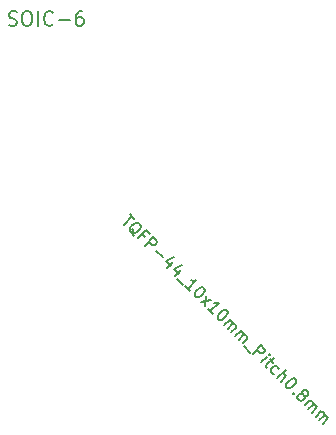
<source format=gbr>
G04 #@! TF.FileFunction,Other,Fab,Top*
%FSLAX46Y46*%
G04 Gerber Fmt 4.6, Leading zero omitted, Abs format (unit mm)*
G04 Created by KiCad (PCBNEW 4.0.1-stable) date Friday, September 23, 2016 'AMt' 01:17:15 AM*
%MOMM*%
G01*
G04 APERTURE LIST*
%ADD10C,0.100000*%
%ADD11C,0.150000*%
G04 APERTURE END LIST*
D10*
D11*
X106978749Y-56638908D02*
X107150178Y-56696051D01*
X107435892Y-56696051D01*
X107550178Y-56638908D01*
X107607321Y-56581765D01*
X107664464Y-56467480D01*
X107664464Y-56353194D01*
X107607321Y-56238908D01*
X107550178Y-56181765D01*
X107435892Y-56124623D01*
X107207321Y-56067480D01*
X107093035Y-56010337D01*
X107035892Y-55953194D01*
X106978749Y-55838908D01*
X106978749Y-55724623D01*
X107035892Y-55610337D01*
X107093035Y-55553194D01*
X107207321Y-55496051D01*
X107493035Y-55496051D01*
X107664464Y-55553194D01*
X108407321Y-55496051D02*
X108635892Y-55496051D01*
X108750178Y-55553194D01*
X108864464Y-55667480D01*
X108921606Y-55896051D01*
X108921606Y-56296051D01*
X108864464Y-56524623D01*
X108750178Y-56638908D01*
X108635892Y-56696051D01*
X108407321Y-56696051D01*
X108293035Y-56638908D01*
X108178749Y-56524623D01*
X108121606Y-56296051D01*
X108121606Y-55896051D01*
X108178749Y-55667480D01*
X108293035Y-55553194D01*
X108407321Y-55496051D01*
X109435892Y-56696051D02*
X109435892Y-55496051D01*
X110693036Y-56581765D02*
X110635893Y-56638908D01*
X110464464Y-56696051D01*
X110350178Y-56696051D01*
X110178750Y-56638908D01*
X110064464Y-56524623D01*
X110007321Y-56410337D01*
X109950178Y-56181765D01*
X109950178Y-56010337D01*
X110007321Y-55781765D01*
X110064464Y-55667480D01*
X110178750Y-55553194D01*
X110350178Y-55496051D01*
X110464464Y-55496051D01*
X110635893Y-55553194D01*
X110693036Y-55610337D01*
X111207321Y-56238908D02*
X112121607Y-56238908D01*
X113207321Y-55496051D02*
X112978750Y-55496051D01*
X112864464Y-55553194D01*
X112807321Y-55610337D01*
X112693035Y-55781765D01*
X112635892Y-56010337D01*
X112635892Y-56467480D01*
X112693035Y-56581765D01*
X112750178Y-56638908D01*
X112864464Y-56696051D01*
X113093035Y-56696051D01*
X113207321Y-56638908D01*
X113264464Y-56581765D01*
X113321607Y-56467480D01*
X113321607Y-56181765D01*
X113264464Y-56067480D01*
X113207321Y-56010337D01*
X113093035Y-55953194D01*
X112864464Y-55953194D01*
X112750178Y-56010337D01*
X112693035Y-56067480D01*
X112635892Y-56181765D01*
X117202983Y-72624424D02*
X117607044Y-73028486D01*
X116697906Y-73533561D02*
X117405013Y-72826455D01*
X117539700Y-74510043D02*
X117506029Y-74409028D01*
X117506029Y-74274341D01*
X117506029Y-74072310D01*
X117472356Y-73971294D01*
X117405013Y-73903951D01*
X117270326Y-74105981D02*
X117236654Y-74004966D01*
X117236654Y-73870279D01*
X117337669Y-73701921D01*
X117573372Y-73466218D01*
X117741731Y-73365203D01*
X117876418Y-73365203D01*
X117977433Y-73398875D01*
X118112120Y-73533562D01*
X118145792Y-73634577D01*
X118145792Y-73769264D01*
X118044777Y-73937623D01*
X117809074Y-74173326D01*
X117640716Y-74274341D01*
X117506029Y-74274341D01*
X117405014Y-74240669D01*
X117270326Y-74105981D01*
X118482510Y-74577386D02*
X118246807Y-74341683D01*
X117876418Y-74712073D02*
X118583524Y-74004966D01*
X118920242Y-74341684D01*
X118482509Y-75318165D02*
X119189616Y-74611058D01*
X119458991Y-74880432D01*
X119492662Y-74981447D01*
X119492662Y-75048791D01*
X119458991Y-75149806D01*
X119357975Y-75250821D01*
X119256960Y-75284493D01*
X119189617Y-75284493D01*
X119088602Y-75250821D01*
X118819227Y-74981447D01*
X119458990Y-75755898D02*
X119997738Y-76294646D01*
X120839532Y-76732378D02*
X120368128Y-77203783D01*
X120940547Y-76294645D02*
X120267112Y-76631363D01*
X120704845Y-77069096D01*
X121512967Y-77405813D02*
X121041563Y-77877218D01*
X121613982Y-76968080D02*
X120940547Y-77304798D01*
X121378280Y-77742531D01*
X121176250Y-78146592D02*
X121714998Y-78685340D01*
X122321089Y-79156745D02*
X121917028Y-78752683D01*
X122119058Y-78954714D02*
X122826165Y-78247607D01*
X122657807Y-78281279D01*
X122523120Y-78281279D01*
X122422104Y-78247607D01*
X123465928Y-78887370D02*
X123533273Y-78954714D01*
X123566944Y-79055730D01*
X123566944Y-79123073D01*
X123533273Y-79224088D01*
X123432257Y-79392447D01*
X123263898Y-79560806D01*
X123095540Y-79661821D01*
X122994524Y-79695493D01*
X122927181Y-79695493D01*
X122826166Y-79661821D01*
X122758822Y-79594477D01*
X122725150Y-79493462D01*
X122725150Y-79426118D01*
X122758822Y-79325103D01*
X122859837Y-79156745D01*
X123028196Y-78988385D01*
X123196555Y-78887370D01*
X123297570Y-78853699D01*
X123364913Y-78853699D01*
X123465928Y-78887370D01*
X123230226Y-80065882D02*
X124072021Y-79964867D01*
X123701631Y-79594477D02*
X123600616Y-80436271D01*
X124240379Y-81076035D02*
X123836318Y-80671973D01*
X124038348Y-80874004D02*
X124745455Y-80166897D01*
X124577097Y-80200569D01*
X124442410Y-80200569D01*
X124341395Y-80166897D01*
X125385218Y-80806660D02*
X125452563Y-80874004D01*
X125486234Y-80975020D01*
X125486234Y-81042363D01*
X125452563Y-81143378D01*
X125351547Y-81311737D01*
X125183188Y-81480096D01*
X125014830Y-81581111D01*
X124913814Y-81614783D01*
X124846471Y-81614783D01*
X124745456Y-81581111D01*
X124678112Y-81513767D01*
X124644440Y-81412752D01*
X124644440Y-81345408D01*
X124678112Y-81244393D01*
X124779127Y-81076035D01*
X124947486Y-80907675D01*
X125115845Y-80806660D01*
X125216860Y-80772989D01*
X125284203Y-80772989D01*
X125385218Y-80806660D01*
X125216860Y-82052515D02*
X125688265Y-81581110D01*
X125620921Y-81648454D02*
X125688265Y-81648454D01*
X125789280Y-81682126D01*
X125890296Y-81783142D01*
X125923967Y-81884157D01*
X125890296Y-81985172D01*
X125519906Y-82355561D01*
X125890296Y-81985172D02*
X125991311Y-81951500D01*
X126092326Y-81985172D01*
X126193341Y-82086187D01*
X126227013Y-82187202D01*
X126193341Y-82288217D01*
X125822952Y-82658607D01*
X126159669Y-82995324D02*
X126631073Y-82523919D01*
X126563730Y-82591263D02*
X126631073Y-82591263D01*
X126732089Y-82624934D01*
X126833104Y-82725950D01*
X126866776Y-82826965D01*
X126833104Y-82927981D01*
X126462715Y-83298370D01*
X126833104Y-82927981D02*
X126934120Y-82894309D01*
X127035135Y-82927981D01*
X127136150Y-83028996D01*
X127169822Y-83130011D01*
X127136150Y-83231026D01*
X126765760Y-83601416D01*
X126866775Y-83837118D02*
X127405524Y-84375866D01*
X127641226Y-84476881D02*
X128348332Y-83769774D01*
X128617707Y-84039149D01*
X128651379Y-84140164D01*
X128651379Y-84207507D01*
X128617707Y-84308522D01*
X128516692Y-84409538D01*
X128415677Y-84443209D01*
X128348333Y-84443209D01*
X128247318Y-84409538D01*
X127977944Y-84140163D01*
X128348332Y-85183988D02*
X128819737Y-84712583D01*
X129055439Y-84476881D02*
X128988096Y-84476881D01*
X128988096Y-84544224D01*
X129055439Y-84544224D01*
X129055439Y-84476881D01*
X128988096Y-84544224D01*
X129055439Y-84948285D02*
X129324813Y-85217659D01*
X129392156Y-84813598D02*
X128786065Y-85419690D01*
X128752393Y-85520705D01*
X128786065Y-85621720D01*
X128853408Y-85689064D01*
X129425829Y-86194141D02*
X129324814Y-86160469D01*
X129190126Y-86025781D01*
X129156454Y-85924766D01*
X129156454Y-85857423D01*
X129190126Y-85756408D01*
X129392157Y-85554377D01*
X129493172Y-85520705D01*
X129560516Y-85520705D01*
X129661531Y-85554377D01*
X129796218Y-85689064D01*
X129829890Y-85790079D01*
X129695203Y-86530858D02*
X130402309Y-85823751D01*
X129998249Y-86833904D02*
X130368638Y-86463515D01*
X130402310Y-86362499D01*
X130368638Y-86261484D01*
X130267623Y-86160468D01*
X130166607Y-86126797D01*
X130099264Y-86126797D01*
X131176760Y-86598201D02*
X131244104Y-86665546D01*
X131277775Y-86766561D01*
X131277775Y-86833904D01*
X131244104Y-86934919D01*
X131143089Y-87103278D01*
X130974729Y-87271637D01*
X130806371Y-87372652D01*
X130705356Y-87406324D01*
X130638012Y-87406324D01*
X130536997Y-87372652D01*
X130469653Y-87305308D01*
X130435981Y-87204293D01*
X130435981Y-87136950D01*
X130469653Y-87035934D01*
X130570668Y-86867576D01*
X130739027Y-86699217D01*
X130907386Y-86598201D01*
X131008401Y-86564530D01*
X131075744Y-86564530D01*
X131176760Y-86598201D01*
X131075744Y-87776713D02*
X131075744Y-87844056D01*
X131008401Y-87844056D01*
X131008401Y-87776713D01*
X131075744Y-87776713D01*
X131008401Y-87844056D01*
X131850195Y-87877727D02*
X131816523Y-87776712D01*
X131816523Y-87709369D01*
X131850195Y-87608354D01*
X131883866Y-87574682D01*
X131984882Y-87541010D01*
X132052225Y-87541010D01*
X132153240Y-87574682D01*
X132287928Y-87709370D01*
X132321599Y-87810385D01*
X132321599Y-87877728D01*
X132287928Y-87978743D01*
X132254256Y-88012415D01*
X132153241Y-88046087D01*
X132085897Y-88046087D01*
X131984882Y-88012415D01*
X131850195Y-87877727D01*
X131749180Y-87844056D01*
X131681836Y-87844056D01*
X131580820Y-87877728D01*
X131446133Y-88012415D01*
X131412462Y-88113430D01*
X131412462Y-88180774D01*
X131446133Y-88281789D01*
X131580821Y-88416476D01*
X131681836Y-88450148D01*
X131749180Y-88450148D01*
X131850195Y-88416476D01*
X131984882Y-88281789D01*
X132018554Y-88180774D01*
X132018554Y-88113430D01*
X131984882Y-88012415D01*
X132018553Y-88854209D02*
X132489958Y-88382804D01*
X132422615Y-88450147D02*
X132489958Y-88450147D01*
X132590973Y-88483819D01*
X132691989Y-88584835D01*
X132725661Y-88685850D01*
X132691989Y-88786865D01*
X132321599Y-89157255D01*
X132691989Y-88786865D02*
X132793004Y-88753193D01*
X132894019Y-88786865D01*
X132995034Y-88887880D01*
X133028706Y-88988895D01*
X132995034Y-89089911D01*
X132624645Y-89460300D01*
X132961362Y-89797017D02*
X133432767Y-89325613D01*
X133365423Y-89392956D02*
X133432767Y-89392956D01*
X133533782Y-89426628D01*
X133634798Y-89527644D01*
X133668470Y-89628659D01*
X133634798Y-89729674D01*
X133264408Y-90100064D01*
X133634798Y-89729674D02*
X133735813Y-89696002D01*
X133836828Y-89729674D01*
X133937843Y-89830689D01*
X133971515Y-89931704D01*
X133937843Y-90032719D01*
X133567454Y-90403109D01*
M02*

</source>
